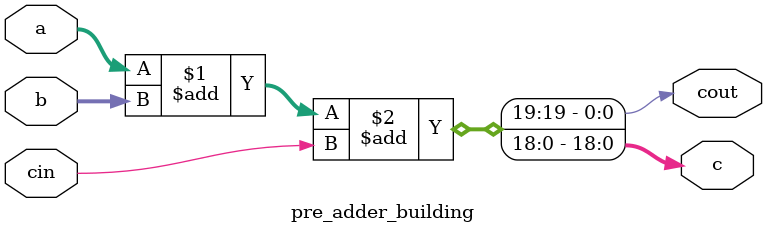
<source format=v>
module pre_adder_combined(
	input [36:0] IN1,
	input [36:0] IN2,
	output [37:0] OUT1,
	input mode
);

reg [ 18 :0] add1_a;
reg [ 17 :0] add1_b;
reg [18:0]add2_a;
reg [17:0]add2_b;
wire [18:0]add1_c;
wire [18:0]add2_c;

always @(*) begin
if ( mode == 1'b0 ) begin
	add1_a = IN1[18:0]; //ay 19bit
	add1_b = IN1[36:19]; //az 18bit
	add2_a = IN2[18:0]; //by 19bit
	add2_b = IN2[36:19]; //bz 18bit
	end
else begin
	add1_a=IN1[18:0]; //ay first 19 bits
	add1_b={ IN2[7:0], IN1[36:27]}; //az first 19 bits
	
	add2_a= {10'b0, IN1[26:19]}; //ay last 8 bits
	add2_b= {10'b0, IN2[15:8]}; //az last 8 bits
	end
end

wire carry;
wire cout_1;

pre_adder_building u_add1(.a(add1_a), .b(add1_b), .cin(1'b0), .c(add1_c), .cout(cout_1));
assign carry = mode ? cout_1: 1'b0;
pre_adder_building u_add2(.a(add2_a), .b(add2_b), .cin(carry), .c(add2_c), .cout());

assign OUT1 = {add2_c, add1_c};

endmodule

module pre_adder_building(
	input [18:0] a,
	input [17:0] b,
	input cin,
	output [18:0] c,
	output cout
	);
assign {cout, c} = a + b + cin;
endmodule

</source>
